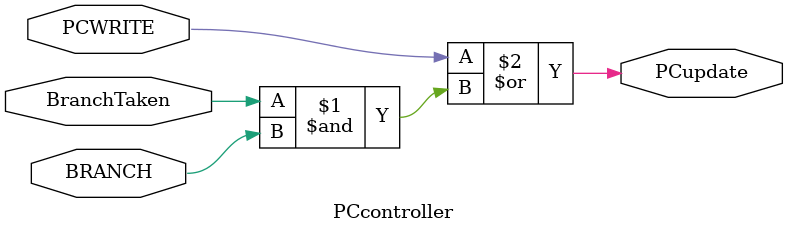
<source format=v>
`timescale 1ns / 1ps
module PCcontroller(PCupdate, PCWRITE, BranchTaken,BRANCH);
output PCupdate;
input PCWRITE, BranchTaken,BRANCH;

assign PCupdate = PCWRITE | (BranchTaken & BRANCH);

endmodule

</source>
